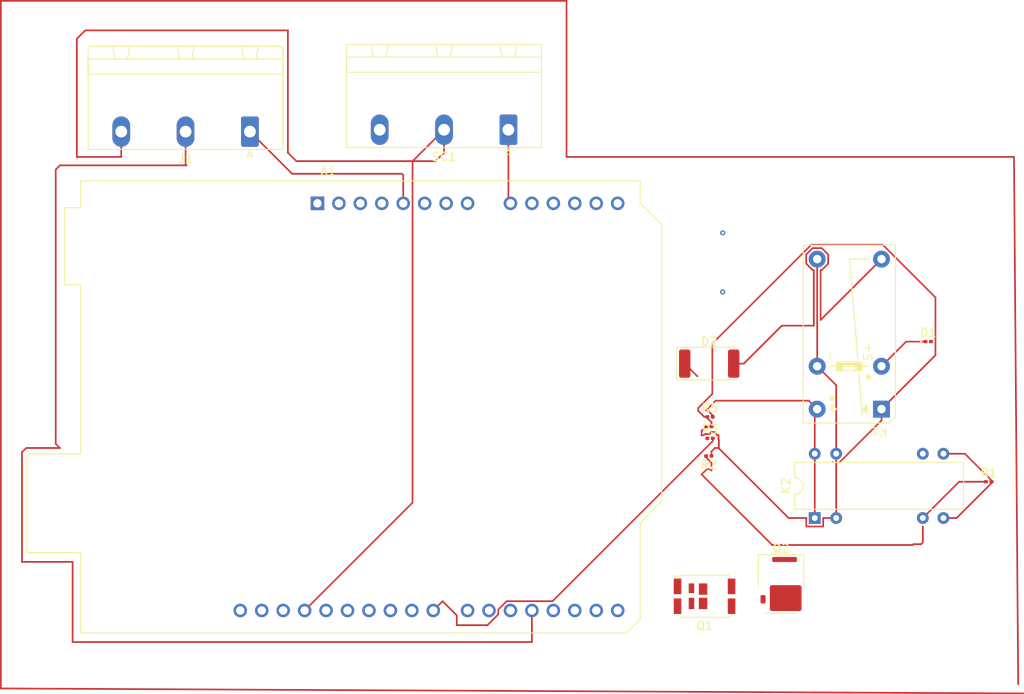
<source format=kicad_pcb>
(kicad_pcb (version 20241229) (generator "pcbnew") (generator_version "9.0")
  (layers (0 "F.Cu" signal) (2 "B.Cu" signal) (13 "F.Paste" user) (15 "B.Paste" user) (5 "F.SilkS" user "F.Silkscreen") (7 "B.SilkS" user "B.Silkscreen") (1 "F.Mask" user) (3 "B.Mask" user) (25 "Edge.Cuts" user))
  (net 0 "")
  (net 1 "Net-(A1-D4)")
  (net 2 "Net-(A1-+5V)")
  (net 8 "Net-(A1-D2)")
  (net 10 "Net-(A1-A0)")
  (net 31 "Net-(A1-D8)")
  (net 32 "Net-(K1-Pad14)")
  (net 33 "GND")
  (net 34 "Net-(D2-A)")
  (net 35 "Net-(K1-Pad12)")
  (net 36 "Net-(D1-K)")
  (net 37 "Net-(BT1-+)")
  (net 38 "Net-(K2-Pad6)")
  (net 39 "Net-(D1-A)")
  (net 40 "Net-(Q2-PadB)")
  (net 41 "Net-(J1-Pin_3)")
  (footprint "Battery:Battery_CR1225" (layer "F.Cu") (at 167.402 79.90777)
    (property "Reference" "BT1" (hide yes))
    (property "Value" "Battery")
  )
  (footprint "Resistor_SMD:R_0201_0603Metric" (layer "F.Cu") (at 198.902 106.40777)
    (property "Reference" "R1" (at 0 -1.05 0) (layer "F.SilkS"))
    (property "Value" "R")
    (pad "1" smd roundrect (at -0.32 0) (size 0.46 0.4) (layers "F.Cu" "F.Mask") (net 38 "Net-(K2-Pad6)"))
    (pad "2" smd roundrect (at 0.32 0) (size 0.46 0.4) (layers "F.Cu" "F.Mask") (net 37 "Net-(BT1-+)"))
  )
  (footprint "Connector_Phoenix_GMSTB:PhoenixContact_GMSTBA_2,5_3-G-7,62_1x03_P7.62mm_Horizontal" (layer "F.Cu") (at 111.402 64.90777 180)
    (property "Reference" "J1" (at 7.62 -3.2 0) (layer "F.SilkS"))
    (property "Value" "Conn_01x03_Pin")
    (fp_line (start 19.16 10.11) (end 19.16 -2.11) (stroke (width 0.12)) (layer "F.SilkS"))
    (fp_line (start 19.16 8.61) (end -3.92 8.61) (stroke (width 0.12)) (layer "F.SilkS"))
    (fp_line (start 19.16 6.81) (end 19.16 8.61) (stroke (width 0.12)) (layer "F.SilkS"))
    (fp_line (start 19.16 -2.11) (end -3.92 -2.11) (stroke (width 0.12)) (layer "F.SilkS"))
    (fp_line (start 16.24 10.11) (end 15.99 8.61) (stroke (width 0.12)) (layer "F.SilkS"))
    (fp_line (start 15.99 8.61) (end 14.49 8.61) (stroke (width 0.12)) (layer "F.SilkS"))
    (fp_line (start 14.49 8.61) (end 14.24 10.11) (stroke (width 0.12)) (layer "F.SilkS"))
    (fp_line (start 14.24 10.11) (end 16.24 10.11) (stroke (width 0.12)) (layer "F.SilkS"))
    (fp_line (start 8.62 10.11) (end 8.37 8.61) (stroke (width 0.12)) (layer "F.SilkS"))
    (fp_line (start 8.37 8.61) (end 6.87 8.61) (stroke (width 0.12)) (layer "F.SilkS"))
    (fp_line (start 6.87 8.61) (end 6.62 10.11) (stroke (width 0.12)) (layer "F.SilkS"))
    (fp_line (start 6.62 10.11) (end 8.62 10.11) (stroke (width 0.12)) (layer "F.SilkS"))
    (fp_line (start 1 10.11) (end 0.75 8.61) (stroke (width 0.12)) (layer "F.SilkS"))
    (fp_line (start 0.75 8.61) (end -0.75 8.61) (stroke (width 0.12)) (layer "F.SilkS"))
    (fp_line (start 0.3 -2.91) (end 0 -2.31) (stroke (width 0.12)) (layer "F.SilkS"))
    (fp_line (start 0 -2.31) (end -0.3 -2.91) (stroke (width 0.12)) (layer "F.SilkS"))
    (fp_line (start -0.3 -2.91) (end 0.3 -2.91) (stroke (width 0.12)) (layer "F.SilkS"))
    (fp_line (start -0.75 8.61) (end -1 10.11) (stroke (width 0.12)) (layer "F.SilkS"))
    (fp_line (start -1 10.11) (end 1 10.11) (stroke (width 0.12)) (layer "F.SilkS"))
    (fp_line (start -3.92 10.11) (end 19.16 10.11) (stroke (width 0.12)) (layer "F.SilkS"))
    (fp_line (start -3.92 8.61) (end -3.92 6.81) (stroke (width 0.12)) (layer "F.SilkS"))
    (fp_line (start -3.92 6.81) (end 19.16 6.81) (stroke (width 0.12)) (layer "F.SilkS"))
    (fp_line (start -3.92 -2.11) (end -3.92 10.11) (stroke (width 0.12)) (layer "F.SilkS"))
    (pad "1" thru_hole roundrect (at 0 0 180) (size 2.1 3.6) (drill 1.4) (layers "*.Cu" "*.Mask") (roundrect_rratio 0.119048) (net 2 "Net-(A1-+5V)"))
    (pad "2" thru_hole oval (at 7.62 0 180) (size 2.1 3.6) (drill 1.4) (layers "*.Cu" "*.Mask") (net 1 "Net-(A1-D4)"))
    (pad "3" thru_hole oval (at 15.24 0 180) (size 2.1 3.6) (drill 1.4) (layers "*.Cu" "*.Mask") (net 41 "Net-(J1-Pin_3)"))
  )
  (footprint "LED_SMD:LED_2512_6332Metric" (layer "F.Cu") (at 165.802 92.40777)
    (property "Reference" "D2" (at 0 -2.63 0) (layer "F.SilkS"))
    (property "Value" "LED")
    (fp_line (start -3.835 -1.935) (end -3.835 1.935) (stroke (width 0.12)) (layer "F.SilkS"))
    (fp_line (start -3.835 1.935) (end 3.15 1.935) (stroke (width 0.12)) (layer "F.SilkS"))
    (fp_line (start 3.15 -1.935) (end -3.835 -1.935) (stroke (width 0.12)) (layer "F.SilkS"))
    (pad "1" smd roundrect (at -2.9 0) (size 1.35 3.35) (layers "F.Cu" "F.Mask" "F.Paste") (roundrect_rratio 0.185185) (net 33 "GND"))
    (pad "2" smd roundrect (at 2.9 0) (size 1.35 3.35) (layers "F.Cu" "F.Mask" "F.Paste") (roundrect_rratio 0.185185) (net 34 "Net-(D2-A)"))
  )
  (footprint "Package_DirectFET:DirectFET_MF" (layer "F.Cu") (at 165.252 119.98277)
    (property "Reference" "Q1" (at 0 3.5 0) (layer "F.SilkS"))
    (property "Value" "Q_NMOS")
    (fp_line (start -3.65 -2.4) (end -2.9 -2.4) (stroke (width 0.12)) (layer "F.SilkS"))
    (fp_line (start -2.9 -2.4) (end -2.8 -2.5) (stroke (width 0.12)) (layer "F.SilkS"))
    (fp_line (start -2.8 -2.5) (end 2.8 -2.5) (stroke (width 0.12)) (layer "F.SilkS"))
    (fp_line (start -2.8 2.5) (end -2.9 2.4) (stroke (width 0.12)) (layer "F.SilkS"))
    (fp_line (start 2.8 -2.5) (end 2.9 -2.4) (stroke (width 0.12)) (layer "F.SilkS"))
    (fp_line (start 2.8 2.5) (end -2.8 2.5) (stroke (width 0.12)) (layer "F.SilkS"))
    (fp_line (start 2.9 2.4) (end 2.8 2.5) (stroke (width 0.12)) (layer "F.SilkS"))
    (pad "1" smd rect (at -3.2 -1.175) (size 0.9 1.85) (layers "F.Cu" "F.Mask" "F.Paste"))
    (pad "1" smd rect (at -3.2 1.175) (size 0.9 1.85) (layers "F.Cu" "F.Mask" "F.Paste"))
    (pad "1" smd rect (at 3.2 -1.175) (size 0.9 1.85) (layers "F.Cu" "F.Mask" "F.Paste"))
    (pad "1" smd rect (at 3.2 1.175) (size 0.9 1.85) (layers "F.Cu" "F.Mask" "F.Paste"))
    (pad "2" smd rect (at -1.55 -0.95) (size 0.65 1.15) (layers "F.Cu" "F.Mask" "F.Paste"))
    (pad "3" smd rect (at -1.55 0.85) (size 0.65 1.35) (layers "F.Cu" "F.Mask" "F.Paste"))
    (pad "3" smd rect (at -0.175 -0.85) (size 1 1.35) (layers "F.Cu" "F.Mask" "F.Paste"))
    (pad "3" smd rect (at -0.175 0.85) (size 1 1.35) (layers "F.Cu" "F.Mask" "F.Paste"))
  )
  (footprint "Resistor_SMD:R_0201_0603Metric" (layer "F.Cu") (at 165.902 101.25777)
    (property "Reference" "R3" (at 0 -1.05 0) (layer "F.SilkS"))
    (property "Value" "R")
    (pad "1" smd roundrect (at -0.32 0) (size 0.46 0.4) (layers "F.Cu" "F.Mask") (net 40 "Net-(Q2-PadB)"))
    (pad "2" smd roundrect (at 0.32 0) (size 0.46 0.4) (layers "F.Cu" "F.Mask") (net 31 "Net-(A1-D8)"))
  )
  (footprint "Module:Arduino_UNO_R3" (layer "F.Cu") (at 119.402 73.40777)
    (property "Reference" "A1" (at 1.27 -3.81 180) (layer "F.SilkS"))
    (property "Value" "Arduino_UNO_R3")
    (fp_line (start -34.42 29.72) (end -34.42 41.4) (stroke (width 0.12)) (layer "F.SilkS"))
    (fp_line (start -34.42 41.4) (end -28.07 41.4) (stroke (width 0.12)) (layer "F.SilkS"))
    (fp_line (start -29.97 0.51) (end -29.97 9.65) (stroke (width 0.12)) (layer "F.SilkS"))
    (fp_line (start -29.97 9.65) (end -28.07 9.65) (stroke (width 0.12)) (layer "F.SilkS"))
    (fp_line (start -28.07 -2.67) (end -28.07 0.51) (stroke (width 0.12)) (layer "F.SilkS"))
    (fp_line (start -28.07 0.51) (end -29.97 0.51) (stroke (width 0.12)) (layer "F.SilkS"))
    (fp_line (start -28.07 9.65) (end -28.07 29.72) (stroke (width 0.12)) (layer "F.SilkS"))
    (fp_line (start -28.07 29.72) (end -34.42 29.72) (stroke (width 0.12)) (layer "F.SilkS"))
    (fp_line (start -28.07 41.4) (end -28.07 50.93) (stroke (width 0.12)) (layer "F.SilkS"))
    (fp_line (start -28.07 50.93) (end 36.58 50.93) (stroke (width 0.12)) (layer "F.SilkS"))
    (fp_line (start 36.58 50.93) (end 38.23 49.28) (stroke (width 0.12)) (layer "F.SilkS"))
    (fp_line (start 38.23 -2.67) (end -28.07 -2.67) (stroke (width 0.12)) (layer "F.SilkS"))
    (fp_line (start 38.23 0) (end 38.23 -2.67) (stroke (width 0.12)) (layer "F.SilkS"))
    (fp_line (start 38.23 37.85) (end 40.77 35.31) (stroke (width 0.12)) (layer "F.SilkS"))
    (fp_line (start 38.23 49.28) (end 38.23 37.85) (stroke (width 0.12)) (layer "F.SilkS"))
    (fp_line (start 40.77 2.54) (end 38.23 0) (stroke (width 0.12)) (layer "F.SilkS"))
    (fp_line (start 40.77 35.31) (end 40.77 2.54) (stroke (width 0.12)) (layer "F.SilkS"))
    (pad "1" thru_hole rect (at 0 0 90) (size 1.6 1.6) (drill 1) (layers "*.Cu" "*.Mask"))
    (pad "2" thru_hole oval (at 2.54 0 90) (size 1.6 1.6) (drill 1) (layers "*.Cu" "*.Mask"))
    (pad "3" thru_hole oval (at 5.08 0 90) (size 1.6 1.6) (drill 1) (layers "*.Cu" "*.Mask"))
    (pad "4" thru_hole oval (at 7.62 0 90) (size 1.6 1.6) (drill 1) (layers "*.Cu" "*.Mask"))
    (pad "5" thru_hole oval (at 10.16 0 90) (size 1.6 1.6) (drill 1) (layers "*.Cu" "*.Mask") (net 2 "Net-(A1-+5V)"))
    (pad "6" thru_hole oval (at 12.7 0 90) (size 1.6 1.6) (drill 1) (layers "*.Cu" "*.Mask"))
    (pad "7" thru_hole oval (at 15.24 0 90) (size 1.6 1.6) (drill 1) (layers "*.Cu" "*.Mask"))
    (pad "8" thru_hole oval (at 17.78 0 90) (size 1.6 1.6) (drill 1) (layers "*.Cu" "*.Mask"))
    (pad "9" thru_hole oval (at 22.86 0 90) (size 1.6 1.6) (drill 1) (layers "*.Cu" "*.Mask") (net 10 "Net-(A1-A0)"))
    (pad "10" thru_hole oval (at 25.4 0 90) (size 1.6 1.6) (drill 1) (layers "*.Cu" "*.Mask"))
    (pad "11" thru_hole oval (at 27.94 0 90) (size 1.6 1.6) (drill 1) (layers "*.Cu" "*.Mask"))
    (pad "12" thru_hole oval (at 30.48 0 90) (size 1.6 1.6) (drill 1) (layers "*.Cu" "*.Mask"))
    (pad "13" thru_hole oval (at 33.02 0 90) (size 1.6 1.6) (drill 1) (layers "*.Cu" "*.Mask"))
    (pad "14" thru_hole oval (at 35.56 0 90) (size 1.6 1.6) (drill 1) (layers "*.Cu" "*.Mask"))
    (pad "15" thru_hole oval (at 35.56 48.26 90) (size 1.6 1.6) (drill 1) (layers "*.Cu" "*.Mask"))
    (pad "16" thru_hole oval (at 33.02 48.26 90) (size 1.6 1.6) (drill 1) (layers "*.Cu" "*.Mask"))
    (pad "17" thru_hole oval (at 30.48 48.26 90) (size 1.6 1.6) (drill 1) (layers "*.Cu" "*.Mask") (net 8 "Net-(A1-D2)"))
    (pad "18" thru_hole oval (at 27.94 48.26 90) (size 1.6 1.6) (drill 1) (layers "*.Cu" "*.Mask"))
    (pad "19" thru_hole oval (at 25.4 48.26 90) (size 1.6 1.6) (drill 1) (layers "*.Cu" "*.Mask") (net 1 "Net-(A1-D4)"))
    (pad "20" thru_hole oval (at 22.86 48.26 90) (size 1.6 1.6) (drill 1) (layers "*.Cu" "*.Mask"))
    (pad "21" thru_hole oval (at 20.32 48.26 90) (size 1.6 1.6) (drill 1) (layers "*.Cu" "*.Mask"))
    (pad "22" thru_hole oval (at 17.78 48.26 90) (size 1.6 1.6) (drill 1) (layers "*.Cu" "*.Mask"))
    (pad "23" thru_hole oval (at 13.72 48.26 90) (size 1.6 1.6) (drill 1) (layers "*.Cu" "*.Mask") (net 31 "Net-(A1-D8)"))
    (pad "24" thru_hole oval (at 11.18 48.26 90) (size 1.6 1.6) (drill 1) (layers "*.Cu" "*.Mask"))
    (pad "25" thru_hole oval (at 8.64 48.26 90) (size 1.6 1.6) (drill 1) (layers "*.Cu" "*.Mask"))
    (pad "26" thru_hole oval (at 6.1 48.26 90) (size 1.6 1.6) (drill 1) (layers "*.Cu" "*.Mask"))
    (pad "27" thru_hole oval (at 3.56 48.26 90) (size 1.6 1.6) (drill 1) (layers "*.Cu" "*.Mask"))
    (pad "28" thru_hole oval (at 1.02 48.26 90) (size 1.6 1.6) (drill 1) (layers "*.Cu" "*.Mask"))
    (pad "29" thru_hole oval (at -1.52 48.26 90) (size 1.6 1.6) (drill 1) (layers "*.Cu" "*.Mask") (net 41 "Net-(J1-Pin_3)"))
    (pad "30" thru_hole oval (at -4.06 48.26 90) (size 1.6 1.6) (drill 1) (layers "*.Cu" "*.Mask"))
    (pad "31" thru_hole oval (at -6.6 48.26 90) (size 1.6 1.6) (drill 1) (layers "*.Cu" "*.Mask"))
    (pad "32" thru_hole oval (at -9.14 48.26 90) (size 1.6 1.6) (drill 1) (layers "*.Cu" "*.Mask"))
  )
  (footprint "Connector_Phoenix_GMSTB:PhoenixContact_GMSTBA_2,5_3-G-7,62_1x03_P7.62mm_Horizontal" (layer "F.Cu") (at 142.017 64.68527 180)
    (property "Reference" "SC1" (at 7.62 -3.2 0) (layer "F.SilkS"))
    (property "Value" "Solar_Cell")
    (fp_line (start 19.16 10.11) (end 19.16 -2.11) (stroke (width 0.12)) (layer "F.SilkS"))
    (fp_line (start 19.16 8.61) (end -3.92 8.61) (stroke (width 0.12)) (layer "F.SilkS"))
    (fp_line (start 19.16 6.81) (end 19.16 8.61) (stroke (width 0.12)) (layer "F.SilkS"))
    (fp_line (start 19.16 -2.11) (end -3.92 -2.11) (stroke (width 0.12)) (layer "F.SilkS"))
    (fp_line (start 16.24 10.11) (end 15.99 8.61) (stroke (width 0.12)) (layer "F.SilkS"))
    (fp_line (start 15.99 8.61) (end 14.49 8.61) (stroke (width 0.12)) (layer "F.SilkS"))
    (fp_line (start 14.49 8.61) (end 14.24 10.11) (stroke (width 0.12)) (layer "F.SilkS"))
    (fp_line (start 14.24 10.11) (end 16.24 10.11) (stroke (width 0.12)) (layer "F.SilkS"))
    (fp_line (start 8.62 10.11) (end 8.37 8.61) (stroke (width 0.12)) (layer "F.SilkS"))
    (fp_line (start 8.37 8.61) (end 6.87 8.61) (stroke (width 0.12)) (layer "F.SilkS"))
    (fp_line (start 6.87 8.61) (end 6.62 10.11) (stroke (width 0.12)) (layer "F.SilkS"))
    (fp_line (start 6.62 10.11) (end 8.62 10.11) (stroke (width 0.12)) (layer "F.SilkS"))
    (fp_line (start 1 10.11) (end 0.75 8.61) (stroke (width 0.12)) (layer "F.SilkS"))
    (fp_line (start 0.75 8.61) (end -0.75 8.61) (stroke (width 0.12)) (layer "F.SilkS"))
    (fp_line (start 0.3 -2.91) (end 0 -2.31) (stroke (width 0.12)) (layer "F.SilkS"))
    (fp_line (start 0 -2.31) (end -0.3 -2.91) (stroke (width 0.12)) (layer "F.SilkS"))
    (fp_line (start -0.3 -2.91) (end 0.3 -2.91) (stroke (width 0.12)) (layer "F.SilkS"))
    (fp_line (start -0.75 8.61) (end -1 10.11) (stroke (width 0.12)) (layer "F.SilkS"))
    (fp_line (start -1 10.11) (end 1 10.11) (stroke (width 0.12)) (layer "F.SilkS"))
    (fp_line (start -3.92 10.11) (end 19.16 10.11) (stroke (width 0.12)) (layer "F.SilkS"))
    (fp_line (start -3.92 8.61) (end -3.92 6.81) (stroke (width 0.12)) (layer "F.SilkS"))
    (fp_line (start -3.92 6.81) (end 19.16 6.81) (stroke (width 0.12)) (layer "F.SilkS"))
    (fp_line (start -3.92 -2.11) (end -3.92 10.11) (stroke (width 0.12)) (layer "F.SilkS"))
    (pad "1" thru_hole roundrect (at 0 0 180) (size 2.1 3.6) (drill 1.4) (layers "*.Cu" "*.Mask") (roundrect_rratio 0.119048) (net 10 "Net-(A1-A0)"))
    (pad "2" thru_hole oval (at 7.62 0 180) (size 2.1 3.6) (drill 1.4) (layers "*.Cu" "*.Mask") (net 41 "Net-(J1-Pin_3)"))
    (pad "3" thru_hole oval (at 15.24 0 180) (size 2.1 3.6) (drill 1.4) (layers "*.Cu" "*.Mask"))
  )
  (footprint "Resistor_SMD:R_0201_0603Metric" (layer "F.Cu") (at 165.752 99.85277 180)
    (property "Reference" "R4" (hide yes))
    (property "Value" "R" (hide yes))
    (pad "1" smd roundrect (at -0.32 0 180) (size 0.46 0.4) (layers "F.Cu" "F.Mask") (net 35 "Net-(K1-Pad12)"))
    (pad "2" smd roundrect (at 0.32 0 180) (size 0.46 0.4) (layers "F.Cu" "F.Mask") (net 33 "GND"))
  )
  (footprint "Transistor_Power:GaN_Systems_GaNPX-3_5x6.6mm_Drain2.93x0.6mm" (layer "F.Cu") (at 174.312 118.53027)
    (property "Reference" "Q2" (at 0 -4.21 0) (layer "F.SilkS"))
    (property "Value" "Q_NPN")
    (fp_line (start -2.69 -3.47) (end -2.69 0.4325) (stroke (width 0.12)) (layer "F.SilkS"))
    (fp_line (start -2 3.47) (end 2 3.47) (stroke (width 0.12)) (layer "F.SilkS"))
    (fp_line (start 2.69 -3.47) (end -2.69 -3.47) (stroke (width 0.12)) (layer "F.SilkS"))
    (fp_line (start 2.69 0.375) (end 2.69 -3.47) (stroke (width 0.12)) (layer "F.SilkS"))
    (pad "1" smd roundrect (at 0.41 -2.91) (size 2.93 0.6) (layers "F.Cu" "F.Mask" "F.Paste"))
    (pad "2" smd roundrect (at -2.13 1.81) (size 0.6 1) (layers "F.Cu" "F.Mask" "F.Paste"))
    (pad "3" smd roundrect (at 0.55 1.67) (size 3.76 3.07) (layers "F.Cu" "F.Mask") (roundrect_rratio 0.08143322476))
  )
  (footprint "Diode_SMD:D_0201_0603Metric" (layer "F.Cu") (at 191.747 89.79777)
    (property "Reference" "D1" (at 0 -1.05 0) (layer "F.SilkS"))
    (property "Value" "D")
    (fp_circle (center -0.86 0) (end -0.81 0) (stroke (width 0.1)) (fill no) (layer "F.SilkS"))
    (pad "1" smd roundrect (at -0.32 0) (size 0.46 0.4) (layers "F.Cu" "F.Mask") (net 36 "Net-(D1-K)"))
    (pad "2" smd roundrect (at 0.32 0) (size 0.46 0.4) (layers "F.Cu" "F.Mask") (net 39 "Net-(D1-A)"))
  )
  (footprint "Resistor_SMD:R_0201_0603Metric" (layer "F.Cu") (at 165.752 103.35277 180)
    (property "Reference" "R2" (at 0 -1.05 0) (layer "F.SilkS"))
    (property "Value" "R")
    (pad "1" smd roundrect (at -0.32 0 180) (size 0.46 0.4) (layers "F.Cu" "F.Mask") (net 33 "GND"))
    (pad "2" smd roundrect (at 0.32 0 180) (size 0.46 0.4) (layers "F.Cu" "F.Mask") (net 38 "Net-(K2-Pad6)"))
  )
  (footprint "Relay_THT:Relay_SPDT_Panasonic_DR" (layer "F.Cu") (at 186.212 97.79777 90)
    (property "Reference" "K1" (at -2.667 -0.254 180) (layer "F.SilkS"))
    (property "Value" "DR-24V")
    (fp_line (start -1.651 -9.271) (end 19.431 -9.271) (stroke (width 0.12)) (layer "F.SilkS"))
    (fp_line (start 0 -5.842) (end 0 -6.096) (stroke (width 0.12)) (layer "F.SilkS"))
    (fp_line (start 5.08 -5.334) (end 5.08 -6.096) (stroke (width 0.12)) (layer "F.SilkS"))
    (fp_line (start 5.9436 -2.794) (end 17.78 -3.81) (stroke (width 0.12)) (layer "F.SilkS"))
    (fp_line (start 5.08 -2.286) (end 5.08 -1.524) (stroke (width 0.12)) (layer "F.SilkS"))
    (fp_line (start 4.572 -2.286) (end 4.572 -5.334) (stroke (width 0.12)) (layer "F.SilkS"))
    (fp_line (start -0.762 -2.286) (end 4.2164 -2.6924) (stroke (width 0.12)) (layer "F.SilkS"))
    (fp_line (start 17.78 -1.524) (end 17.78 -3.81) (stroke (width 0.12)) (layer "F.SilkS"))
    (fp_line (start 0 -1.524) (end 0 -1.778) (stroke (width 0.12)) (layer "F.SilkS"))
    (fp_line (start -1.651 0.89) (end -1.651 -9.271) (stroke (width 0.12)) (layer "F.SilkS"))
    (fp_line (start 19.431 1.651) (end 19.431 -9.271) (stroke (width 0.12)) (layer "F.SilkS"))
    (fp_line (start -0.89 1.651) (end -1.651 0.89) (stroke (width 0.12)) (layer "F.SilkS"))
    (fp_line (start -0.89 1.651) (end 19.431 1.651) (stroke (width 0.12)) (layer "F.SilkS"))
    (fp_circle (center 1.27 -5.842) (end 1.524 -5.842) (stroke (width 0.12)) (fill yes) (layer "F.SilkS"))
    (fp_circle (center 3.81 -1.524) (end 4.064 -1.524) (stroke (width 0.12)) (fill yes) (layer "F.SilkS"))
    (fp_poly (pts (xy -0.508 -5.842) (xy 0 -5.334) (xy 0.508 -5.842)) (stroke (width 0.12)) (fill no) (layer "F.SilkS"))
    (fp_poly (pts (xy 0.508 -1.778) (xy -0.508 -1.778) (xy 0 -2.286)) (stroke (width 0.12)) (fill yes) (layer "F.SilkS"))
    (fp_poly (pts (xy 4.572 -4.572) (xy 4.572 -5.334) (xy 5.589 -5.334) (xy 5.59 -2.286) (xy 4.572 -2.286) (xy 4.572 -3.048) (xy 5.08 -3.048) (xy 5.08 -4.572)) (stroke (width 0.12)) (fill yes) (layer "F.SilkS"))
    (fp_text user "-" (at 5.588 -5.588 90) (layer "F.SilkS") (effects (font (thickness 0.12)) (justify left bottom)))
    (fp_text user "S+" (at 5.588 -1.016 90) (layer "F.SilkS") (effects (font (thickness 0.12)) (justify left bottom)))
    (pad "11" thru_hole circle (at 17.78 0 270) (size 2 2) (drill 1) (layers "*.Cu" "*.Mask") (net 34 "Net-(D2-A)"))
    (pad "12" thru_hole rect (at 0 0 270) (size 2 2) (drill 1) (layers "*.Cu" "*.Mask") (net 35 "Net-(K1-Pad12)"))
    (pad "14" thru_hole circle (at 0 -7.62 270) (size 2 2) (drill 1) (layers "*.Cu" "*.Mask") (net 32 "Net-(K1-Pad14)"))
    (pad "A1" thru_hole circle (at 5.08 0 270) (size 2 2) (drill 1) (layers "*.Cu" "*.Mask") (net 36 "Net-(D1-K)"))
    (pad "A2" thru_hole circle (at 5.08 -7.62 270) (size 2 2) (drill 1) (layers "*.Cu" "*.Mask") (net 33 "GND"))
    (pad "PE" thru_hole circle (at 17.78 -7.62 270) (size 2 2) (drill 1) (layers "*.Cu" "*.Mask") (net 33 "GND"))
  )
  (footprint "Relay_THT:Relay_StandexMeder_DIP_LowProfile" (layer "F.Cu") (at 178.302 110.70777 90)
    (property "Reference" "K2" (at 3.81 -3.39 90) (layer "F.SilkS"))
    (property "Value" "DIPxx-1Axx-12xD")
    (fp_line (start 6.58 -2.39) (end 4.81 -2.39) (stroke (width 0.12)) (layer "F.SilkS"))
    (fp_line (start 2.81 -2.39) (end 1.04 -2.39) (stroke (width 0.12)) (layer "F.SilkS"))
    (fp_line (start 1.04 -2.39) (end 1.04 17.63) (stroke (width 0.12)) (layer "F.SilkS"))
    (fp_line (start 6.58 17.63) (end 6.58 -2.39) (stroke (width 0.12)) (layer "F.SilkS"))
    (fp_line (start 1.04 17.63) (end 6.58 17.63) (stroke (width 0.12)) (layer "F.SilkS"))
    (fp_arc (start 4.81 -2.39) (mid 3.81 -1.39) (end 2.81 -2.39) (stroke (width 0.12)) (layer "F.SilkS"))
    (pad "1" thru_hole rect (at 0 0 90) (size 1.4 1.4) (drill 0.7) (layers "*.Cu" "*.Mask") (net 32 "Net-(K1-Pad14)"))
    (pad "2" thru_hole circle (at 0 2.54 90) (size 1.4 1.4) (drill 0.7) (layers "*.Cu" "*.Mask") (net 33 "GND"))
    (pad "6" thru_hole circle (at 0 12.8 90) (size 1.4 1.4) (drill 0.7) (layers "*.Cu" "*.Mask") (net 38 "Net-(K2-Pad6)"))
    (pad "7" thru_hole circle (at 0 15.24 90) (size 1.4 1.4) (drill 0.7) (layers "*.Cu" "*.Mask") (net 37 "Net-(BT1-+)"))
    (pad "8" thru_hole circle (at 7.62 15.24 90) (size 1.4 1.4) (drill 0.7) (layers "*.Cu" "*.Mask") (net 37 "Net-(BT1-+)"))
    (pad "9" thru_hole circle (at 7.62 12.8 90) (size 1.4 1.4) (drill 0.7) (layers "*.Cu" "*.Mask"))
    (pad "13" thru_hole circle (at 7.62 2.54 90) (size 1.4 1.4) (drill 0.7) (layers "*.Cu" "*.Mask") (net 33 "GND"))
    (pad "14" thru_hole circle (at 7.62 0 90) (size 1.4 1.4) (drill 0.7) (layers "*.Cu" "*.Mask") (net 32 "Net-(K1-Pad14)"))
  )
  (footprint "Resistor_SMD:R_0201_0603Metric" (layer "F.Cu") (at 165.902 98.70777)
    (property "Reference" "R5" (at 0 -1.05 0) (layer "F.SilkS"))
    (property "Value" "R")
    (pad "1" smd roundrect (at -0.32 0) (size 0.46 0.4) (layers "F.Cu" "F.Mask") (net 35 "Net-(K1-Pad12)"))
    (pad "2" smd roundrect (at 0.32 0) (size 0.46 0.4) (layers "F.Cu" "F.Mask") (net 32 "Net-(K1-Pad14)"))
  )
  (gr_line (start 148.902 49.40777) (end 148.902 67.90777) (stroke (width 0.2)) (layer "F.Cu"))
  (gr_line (start 81.902 130.90777) (end 81.902 98.40777) (stroke (width 0.2)) (layer "F.Cu"))
  (gr_line (start 81.902 98.40777) (end 81.902 49.40777) (stroke (width 0.2)) (layer "F.Cu"))
  (gr_line (start 81.902 49.40777) (end 148.902 49.40777) (stroke (width 0.2)) (layer "F.Cu"))
  (gr_line (start 203 131.5) (end 81.902 130.90777) (stroke (width 0.2)) (layer "F.Cu"))
  (gr_line (start 201.902 67.90777) (end 202.402 130.40777) (stroke (width 0.2)) (layer "F.Cu"))
  (gr_line (start 148.902 67.90777) (end 201.902 67.90777) (stroke (width 0.2)) (layer "F.Cu"))
  (via (at 167.402 76.90777) (size 0.6) (drill 0.3) (layers "F.Cu" "B.Cu") (net 0))
  (via (at 167.402 83.90777) (size 0.6) (drill 0.3) (layers "F.Cu" "B.Cu") (net 0))
  (via (at 126.777 64.68527) (size 0.6) (drill 0.3) (layers "F.Cu" "B.Cu") (net 0))
  (segment (start 90.402 115.90777) (end 90.402 125.40777) (width 0.2) (layer "F.Cu") (net 1))
  (segment (start 88.402 69.40777) (end 88.402 101.90777) (width 0.2) (layer "F.Cu") (net 1))
  (segment (start 90.402 125.40777) (end 144.802 125.40777) (width 0.2) (layer "F.Cu") (net 1))
  (segment (start 103.782 64.90777) (end 103.782 68.78777) (width 0.2) (layer "F.Cu") (net 1))
  (segment (start 84.402 115.90777) (end 90.402 115.90777) (width 0.2) (layer "F.Cu") (net 1))
  (segment (start 88.902 102.40777) (end 84.902 102.40777) (width 0.2) (layer "F.Cu") (net 1))
  (segment (start 84.902 102.40777) (end 84.402 102.90777) (width 0.2) (layer "F.Cu") (net 1))
  (segment (start 103.902 68.90777) (end 88.902 68.90777) (width 0.2) (layer "F.Cu") (net 1))
  (segment (start 103.782 68.78777) (end 103.902 68.90777) (width 0.2) (layer "F.Cu") (net 1))
  (segment (start 88.402 101.90777) (end 88.902 102.40777) (width 0.2) (layer "F.Cu") (net 1))
  (segment (start 84.402 102.90777) (end 84.402 115.90777) (width 0.2) (layer "F.Cu") (net 1))
  (segment (start 144.802 125.40777) (end 144.802 121.66777) (width 0.2) (layer "F.Cu") (net 1))
  (segment (start 88.902 68.90777) (end 88.402 69.40777) (width 0.2) (layer "F.Cu") (net 1))
  (via (at 103.782 64.90777) (size 0.6) (drill 0.3) (layers "F.Cu" "B.Cu") (net 1))
  (segment (start 111.402 64.90777) (end 116.402 69.90777) (width 0.2) (layer "F.Cu") (net 2))
  (segment (start 129.562 70.06777) (end 129.562 73.40777) (width 0.2) (layer "F.Cu") (net 2))
  (segment (start 129.402 69.90777) (end 129.562 70.06777) (width 0.2) (layer "F.Cu") (net 2))
  (segment (start 116.402 69.90777) (end 129.402 69.90777) (width 0.2) (layer "F.Cu") (net 2))
  (via (at 111.402 64.90777) (size 0.6) (drill 0.3) (layers "F.Cu" "B.Cu") (net 2))
  (segment (start 142.017 73.16277) (end 142.262 73.40777) (width 0.2) (layer "F.Cu") (net 10))
  (segment (start 142.017 64.68527) (end 142.017 73.16277) (width 0.2) (layer "F.Cu") (net 10))
  (via (at 142.017 64.68527) (size 0.6) (drill 0.3) (layers "F.Cu" "B.Cu") (net 10))
  (segment (start 135.902 123.40777) (end 135.902 122.24577) (width 0.2) (layer "F.Cu") (net 31))
  (segment (start 134.223 120.56677) (end 133.122 121.66777) (width 0.2) (layer "F.Cu") (net 31))
  (segment (start 140.823 121.54972) (end 140.823 122.12382) (width 0.2) (layer "F.Cu") (net 31))
  (segment (start 135.902 122.24577) (end 134.223 120.56677) (width 0.2) (layer "F.Cu") (net 31))
  (segment (start 141.80595 120.56677) (end 140.823 121.54972) (width 0.2) (layer "F.Cu") (net 31))
  (segment (start 140.823 122.12382) (end 139.53905 123.40777) (width 0.2) (layer "F.Cu") (net 31))
  (segment (start 139.53905 123.40777) (end 135.902 123.40777) (width 0.2) (layer "F.Cu") (net 31))
  (segment (start 166.222 101.25777) (end 166.222 101.58777) (width 0.2) (layer "F.Cu") (net 31))
  (segment (start 147.243 120.56677) (end 141.80595 120.56677) (width 0.2) (layer "F.Cu") (net 31))
  (segment (start 166.222 101.58777) (end 147.243 120.56677) (width 0.2) (layer "F.Cu") (net 31))
  (segment (start 178.302 110.70777) (end 178.302 103.08777) (width 0.2) (layer "F.Cu") (net 32))
  (segment (start 166.222 98.70777) (end 166.222 98.5479) (width 0.2) (layer "F.Cu") (net 32))
  (segment (start 166.57713 96.79777) (end 177.592 96.79777) (width 0.2) (layer "F.Cu") (net 32))
  (segment (start 165.614435 97.940335) (end 165.434565 97.940335) (width 0.2) (layer "F.Cu") (net 32))
  (segment (start 177.592 96.79777) (end 178.592 97.79777) (width 0.2) (layer "F.Cu") (net 32))
  (segment (start 178.302 103.08777) (end 178.302 98.08777) (width 0.2) (layer "F.Cu") (net 32))
  (segment (start 166.222 98.5479) (end 165.614435 97.940335) (width 0.2) (layer "F.Cu") (net 32))
  (segment (start 178.302 98.08777) (end 178.592 97.79777) (width 0.2) (layer "F.Cu") (net 32))
  (segment (start 165.432 97.9429) (end 165.434565 97.940335) (width 0.2) (layer "F.Cu") (net 32))
  (segment (start 166.222 98.70777) (end 166.222 98.86764) (width 0.2) (layer "F.Cu") (net 32))
  (segment (start 165.434565 97.940335) (end 166.57713 96.79777) (width 0.2) (layer "F.Cu") (net 32))
  (segment (start 177.301 110.70777) (end 175.202 110.70777) (width 0.2) (layer "F.Cu") (net 33))
  (segment (start 166.072 102.811771) (end 166.476001 102.40777) (width 0.2) (layer "F.Cu") (net 33))
  (segment (start 166.902 101.37764) (end 166.902 101.027769) (width 0.2) (layer "F.Cu") (net 33))
  (segment (start 166.072 103.152771) (end 166.072 103.35277) (width 0.2) (layer "F.Cu") (net 33))
  (segment (start 164.902 100.90777) (end 164.902 100.38277) (width 0.2) (layer "F.Cu") (net 33))
  (segment (start 166.3881 100.513869) (end 166.0559 100.513869) (width 0.2) (layer "F.Cu") (net 33))
  (segment (start 165.13213 100.90777) (end 164.902 100.90777) (width 0.2) (layer "F.Cu") (net 33))
  (segment (start 164.902 100.38277) (end 165.432 99.85277) (width 0.2) (layer "F.Cu") (net 33))
  (segment (start 180.842 110.70777) (end 179.303 110.70777) (width 0.2) (layer "F.Cu") (net 33))
  (segment (start 166.759131 100.8849) (end 166.3881 100.513869) (width 0.2) (layer "F.Cu") (net 33))
  (segment (start 177.301 111.70877) (end 177.301 110.70777) (width 0.2) (layer "F.Cu") (net 33))
  (segment (start 175.202 110.70777) (end 166.945 102.45077) (width 0.2) (layer "F.Cu") (net 33))
  (segment (start 178.592 92.71777) (end 180.842 94.96777) (width 0.2) (layer "F.Cu") (net 33))
  (segment (start 166.902 100.8849) (end 166.759131 100.8849) (width 0.2) (layer "F.Cu") (net 33))
  (segment (start 166.0559 100.513869) (end 165.821 100.748769) (width 0.2) (layer "F.Cu") (net 33))
  (segment (start 180.842 103.08777) (end 180.842 110.70777) (width 0.2) (layer "F.Cu") (net 33))
  (segment (start 165.28313 100.75677) (end 165.13213 100.90777) (width 0.2) (layer "F.Cu") (net 33))
  (segment (start 166.072 103.152771) (end 166.072 102.811771) (width 0.2) (layer "F.Cu") (net 33))
  (segment (start 166.945 101.42064) (end 166.902 101.37764) (width 0.2) (layer "F.Cu") (net 33))
  (segment (start 166.902 102.40777) (end 166.945 102.45077) (width 0.2) (layer "F.Cu") (net 33))
  (segment (start 180.842 103.08777) (end 180.842 94.96777) (width 0.2) (layer "F.Cu") (net 33))
  (segment (start 165.821 100.748769) (end 165.821 100.75677) (width 0.2) (layer "F.Cu") (net 33))
  (segment (start 178.592 80.01777) (end 178.592 92.71777) (width 0.2) (layer "F.Cu") (net 33))
  (segment (start 164.402 93.90777) (end 162.902 92.40777) (width 0.2) (layer "F.Cu") (net 33))
  (segment (start 165.821 100.75677) (end 165.28313 100.75677) (width 0.2) (layer "F.Cu") (net 33))
  (segment (start 166.902 101.37764) (end 166.902 100.8849) (width 0.2) (layer "F.Cu") (net 33))
  (segment (start 179.303 110.70777) (end 179.303 111.70877) (width 0.2) (layer "F.Cu") (net 33))
  (segment (start 166.476001 102.40777) (end 166.902 102.40777) (width 0.2) (layer "F.Cu") (net 33))
  (segment (start 166.945 102.45077) (end 166.945 101.42064) (width 0.2) (layer "F.Cu") (net 33))
  (segment (start 179.303 111.70877) (end 177.301 111.70877) (width 0.2) (layer "F.Cu") (net 33))
  (segment (start 178.053108 81.31877) (end 177.291 80.556662) (width 0.2) (layer "F.Cu") (net 34))
  (segment (start 179.130892 78.71677) (end 179.893 79.478878) (width 0.2) (layer "F.Cu") (net 34))
  (segment (start 168.702 92.40777) (end 169.902 92.40777) (width 0.2) (layer "F.Cu") (net 34))
  (segment (start 174.402 87.90777) (end 178.191 87.90777) (width 0.2) (layer "F.Cu") (net 34))
  (segment (start 179.893 79.478878) (end 179.893 80.556662) (width 0.2) (layer "F.Cu") (net 34))
  (segment (start 178.993 87.23677) (end 186.212 80.01777) (width 0.2) (layer "F.Cu") (net 34))
  (segment (start 177.291 79.478878) (end 178.053108 78.71677) (width 0.2) (layer "F.Cu") (net 34))
  (segment (start 178.191 87.90777) (end 178.191 81.31877) (width 0.2) (layer "F.Cu") (net 34))
  (segment (start 178.053108 78.71677) (end 179.130892 78.71677) (width 0.2) (layer "F.Cu") (net 34))
  (segment (start 178.191 81.31877) (end 178.053108 81.31877) (width 0.2) (layer "F.Cu") (net 34))
  (segment (start 179.130892 81.31877) (end 178.993 81.31877) (width 0.2) (layer "F.Cu") (net 34))
  (segment (start 179.893 80.556662) (end 179.130892 81.31877) (width 0.2) (layer "F.Cu") (net 34))
  (segment (start 177.291 80.556662) (end 177.291 79.478878) (width 0.2) (layer "F.Cu") (net 34))
  (segment (start 178.993 81.31877) (end 178.993 87.23677) (width 0.2) (layer "F.Cu") (net 34))
  (segment (start 169.902 92.40777) (end 174.402 87.90777) (width 0.2) (layer "F.Cu") (net 34))
  (segment (start 186.212 99.133398) (end 181.256628 104.08877) (width 0.2) (layer "F.Cu") (net 35))
  (segment (start 165.582 98.70777) (end 165.582 98.86764) (width 0.2) (layer "F.Cu") (net 35))
  (segment (start 181.256628 104.08877) (end 181.243 104.08877) (width 0.2) (layer "F.Cu") (net 35))
  (segment (start 192.598 84.563878) (end 192.598 91.41177) (width 0.2) (layer "F.Cu") (net 35))
  (segment (start 165.20777 98.70777) (end 164.5 98) (width 0.2) (layer "F.Cu") (net 35))
  (segment (start 164.5 98) (end 164.5 97.6678) (width 0.2) (layer "F.Cu") (net 35))
  (segment (start 186.349892 78.31577) (end 192.598 84.563878) (width 0.2) (layer "F.Cu") (net 35))
  (segment (start 165.582 98.86764) (end 166.072 99.35764) (width 0.2) (layer "F.Cu") (net 35))
  (segment (start 186.212 97.79777) (end 186.212 99.133398) (width 0.2) (layer "F.Cu") (net 35))
  (segment (start 164.5 97.6678) (end 166.17203 95.99577) (width 0.2) (layer "F.Cu") (net 35))
  (segment (start 180.441 104.08877) (end 180.427372 104.08877) (width 0.2) (layer "F.Cu") (net 35))
  (segment (start 165.582 98.70777) (end 165.20777 98.70777) (width 0.2) (layer "F.Cu") (net 35))
  (segment (start 166.17203 95.99577) (end 166.17203 90.030748) (width 0.2) (layer "F.Cu") (net 35))
  (segment (start 166.072 99.35764) (end 166.072 99.85277) (width 0.2) (layer "F.Cu") (net 35))
  (segment (start 177.887008 78.31577) (end 186.349892 78.31577) (width 0.2) (layer "F.Cu") (net 35))
  (segment (start 166.17203 90.030748) (end 177.887008 78.31577) (width 0.2) (layer "F.Cu") (net 35))
  (segment (start 192.598 91.41177) (end 186.212 97.79777) (width 0.2) (layer "F.Cu") (net 35))
  (segment (start 189.132 89.79777) (end 191.427 89.79777) (width 0.2) (layer "F.Cu") (net 36))
  (segment (start 186.212 92.71777) (end 189.132 89.79777) (width 0.2) (layer "F.Cu") (net 36))
  (segment (start 199.402 106.40777) (end 195.102 110.70777) (width 0.2) (layer "F.Cu") (net 37))
  (segment (start 199.222 106.40777) (end 199.222 106.22777) (width 0.2) (layer "F.Cu") (net 37))
  (segment (start 199.222 106.40777) (end 199.402 106.40777) (width 0.2) (layer "F.Cu") (net 37))
  (segment (start 199.222 106.22777) (end 196.082 103.08777) (width 0.2) (layer "F.Cu") (net 37))
  (segment (start 195.102 110.70777) (end 193.542 110.70777) (width 0.2) (layer "F.Cu") (net 37))
  (segment (start 196.082 103.08777) (end 193.542 103.08777) (width 0.2) (layer "F.Cu") (net 37))
  (segment (start 166.072 104.15264) (end 166.072 105.07777) (width 0.2) (layer "F.Cu") (net 38))
  (segment (start 195.402 106.40777) (end 191.102 110.70777) (width 0.2) (layer "F.Cu") (net 38))
  (segment (start 191.102 113.60777) (end 191.102 111.70777) (width 0.2) (layer "F.Cu") (net 38))
  (segment (start 189.902 113.90777) (end 190.002 113.80777) (width 0.2) (layer "F.Cu") (net 38))
  (segment (start 164.901 105.54097) (end 164.902 105.54197) (width 0.2) (layer "F.Cu") (net 38))
  (segment (start 165.902 104.90777) (end 165.5362 104.90777) (width 0.2) (layer "F.Cu") (net 38))
  (segment (start 165.432 103.35277) (end 165.432 103.51264) (width 0.2) (layer "F.Cu") (net 38))
  (segment (start 190.002 113.80777) (end 190.902 113.80777) (width 0.2) (layer "F.Cu") (net 38))
  (segment (start 173.2678 113.90777) (end 189.902 113.90777) (width 0.2) (layer "F.Cu") (net 38))
  (segment (start 165.5362 104.90777) (end 164.902 105.54197) (width 0.2) (layer "F.Cu") (net 38))
  (segment (start 166.072 105.07777) (end 165.902 104.90777) (width 0.2) (layer "F.Cu") (net 38))
  (segment (start 198.582 106.40777) (end 195.402 106.40777) (width 0.2) (layer "F.Cu") (net 38))
  (segment (start 165.432 103.51264) (end 166.072 104.15264) (width 0.2) (layer "F.Cu") (net 38))
  (segment (start 164.902 105.54197) (end 173.2678 113.90777) (width 0.2) (layer "F.Cu") (net 38))
  (segment (start 190.902 113.80777) (end 191.102 113.60777) (width 0.2) (layer "F.Cu") (net 38))
  (segment (start 134.397 67.41277) (end 133.402 68.40777) (width 0.2) (layer "F.Cu") (net 41))
  (segment (start 90.902 53.90777) (end 90.902 67.90777) (width 0.2) (layer "F.Cu") (net 41))
  (segment (start 115.902 67.40777) (end 115.902 52.90777) (width 0.2) (layer "F.Cu") (net 41))
  (segment (start 115.902 52.90777) (end 91.902 52.90777) (width 0.2) (layer "F.Cu") (net 41))
  (segment (start 133.402 68.40777) (end 116.902 68.40777) (width 0.2) (layer "F.Cu") (net 41))
  (segment (start 134.397 64.68527) (end 134.397 67.41277) (width 0.2) (layer "F.Cu") (net 41))
  (segment (start 130.663 68.41927) (end 134.397 64.68527) (width 0.2) (layer "F.Cu") (net 41))
  (segment (start 130.663 108.88677) (end 130.663 68.41927) (width 0.2) (layer "F.Cu") (net 41))
  (segment (start 117.882 121.66777) (end 130.663 108.88677) (width 0.2) (layer "F.Cu") (net 41))
  (segment (start 116.902 68.40777) (end 115.902 67.40777) (width 0.2) (layer "F.Cu") (net 41))
  (segment (start 96.162 67.90777) (end 96.162 64.90777) (width 0.2) (layer "F.Cu") (net 41))
  (segment (start 90.902 67.90777) (end 96.162 67.90777) (width 0.2) (layer "F.Cu") (net 41))
  (segment (start 91.902 52.90777) (end 90.902 53.90777) (width 0.2) (layer "F.Cu") (net 41))
  (via (at 134.397 64.68527) (size 0.6) (drill 0.3) (layers "F.Cu" "B.Cu") (net 41))
  (via (at 96.162 64.90777) (size 0.6) (drill 0.3) (layers "F.Cu" "B.Cu") (net 41))
)
</source>
